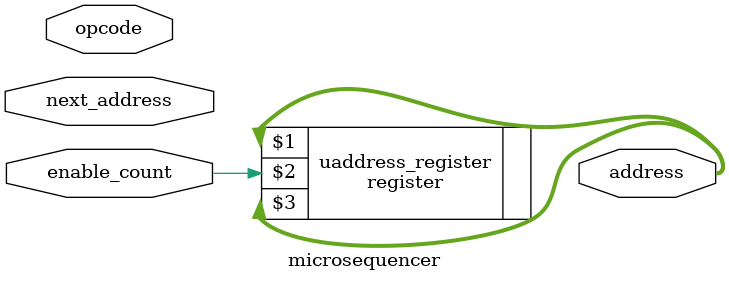
<source format=v>
module microsequencer(input       enable_count,
                      input[3:0]  opcode,
                      input[2:0]  next_address,
                      output[2:0] address);

    wire[1:0] is_last;
    wire[2:0] new_address;

    microdispatcher udispatcher(opcode, start_address);

    and (is_last[0], next_address[0], next_address[1]);
    and (is_last[1], is_last[0], next_address[2]);

    multiplexor_2x1 address_mux(is_last[1], next_address, start_address,
                                new_address);
    register#(3)    uaddress_register(address, enable_count, address);

endmodule

</source>
